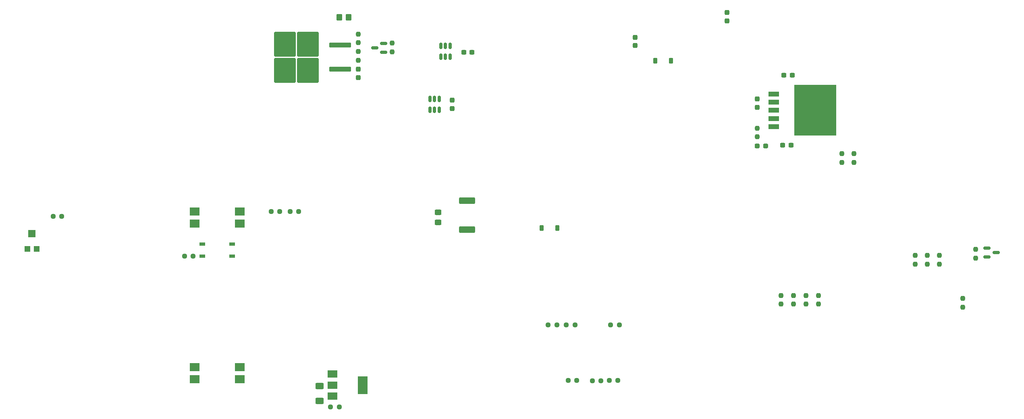
<source format=gbp>
G04 #@! TF.GenerationSoftware,KiCad,Pcbnew,8.0.5*
G04 #@! TF.CreationDate,2025-04-14T13:42:12-04:00*
G04 #@! TF.ProjectId,Big Daddy,42696720-4461-4646-9479-2e6b69636164,rev?*
G04 #@! TF.SameCoordinates,Original*
G04 #@! TF.FileFunction,Paste,Bot*
G04 #@! TF.FilePolarity,Positive*
%FSLAX46Y46*%
G04 Gerber Fmt 4.6, Leading zero omitted, Abs format (unit mm)*
G04 Created by KiCad (PCBNEW 8.0.5) date 2025-04-14 13:42:12*
%MOMM*%
%LPD*%
G01*
G04 APERTURE LIST*
G04 Aperture macros list*
%AMRoundRect*
0 Rectangle with rounded corners*
0 $1 Rounding radius*
0 $2 $3 $4 $5 $6 $7 $8 $9 X,Y pos of 4 corners*
0 Add a 4 corners polygon primitive as box body*
4,1,4,$2,$3,$4,$5,$6,$7,$8,$9,$2,$3,0*
0 Add four circle primitives for the rounded corners*
1,1,$1+$1,$2,$3*
1,1,$1+$1,$4,$5*
1,1,$1+$1,$6,$7*
1,1,$1+$1,$8,$9*
0 Add four rect primitives between the rounded corners*
20,1,$1+$1,$2,$3,$4,$5,0*
20,1,$1+$1,$4,$5,$6,$7,0*
20,1,$1+$1,$6,$7,$8,$9,0*
20,1,$1+$1,$8,$9,$2,$3,0*%
G04 Aperture macros list end*
%ADD10RoundRect,0.237500X-0.237500X0.250000X-0.237500X-0.250000X0.237500X-0.250000X0.237500X0.250000X0*%
%ADD11RoundRect,0.237500X-0.300000X-0.237500X0.300000X-0.237500X0.300000X0.237500X-0.300000X0.237500X0*%
%ADD12RoundRect,0.237500X0.250000X0.237500X-0.250000X0.237500X-0.250000X-0.237500X0.250000X-0.237500X0*%
%ADD13R,2.000000X1.780000*%
%ADD14RoundRect,0.237500X-0.237500X0.287500X-0.237500X-0.287500X0.237500X-0.287500X0.237500X0.287500X0*%
%ADD15RoundRect,0.150000X0.150000X-0.512500X0.150000X0.512500X-0.150000X0.512500X-0.150000X-0.512500X0*%
%ADD16RoundRect,0.237500X0.287500X0.237500X-0.287500X0.237500X-0.287500X-0.237500X0.287500X-0.237500X0*%
%ADD17RoundRect,0.237500X0.237500X-0.250000X0.237500X0.250000X-0.237500X0.250000X-0.237500X-0.250000X0*%
%ADD18RoundRect,0.225000X0.225000X0.375000X-0.225000X0.375000X-0.225000X-0.375000X0.225000X-0.375000X0*%
%ADD19RoundRect,0.237500X-0.237500X0.300000X-0.237500X-0.300000X0.237500X-0.300000X0.237500X0.300000X0*%
%ADD20RoundRect,0.250000X2.050000X0.300000X-2.050000X0.300000X-2.050000X-0.300000X2.050000X-0.300000X0*%
%ADD21RoundRect,0.250000X2.025000X2.375000X-2.025000X2.375000X-2.025000X-2.375000X2.025000X-2.375000X0*%
%ADD22RoundRect,0.249999X-1.425001X0.450001X-1.425001X-0.450001X1.425001X-0.450001X1.425001X0.450001X0*%
%ADD23RoundRect,0.150000X0.587500X0.150000X-0.587500X0.150000X-0.587500X-0.150000X0.587500X-0.150000X0*%
%ADD24RoundRect,0.250000X0.350000X0.450000X-0.350000X0.450000X-0.350000X-0.450000X0.350000X-0.450000X0*%
%ADD25RoundRect,0.250000X0.450000X-0.325000X0.450000X0.325000X-0.450000X0.325000X-0.450000X-0.325000X0*%
%ADD26R,2.000000X1.500000*%
%ADD27R,2.000000X3.800000*%
%ADD28R,2.286000X1.067000*%
%ADD29R,8.890000X10.668000*%
%ADD30RoundRect,0.237500X0.237500X-0.300000X0.237500X0.300000X-0.237500X0.300000X-0.237500X-0.300000X0*%
%ADD31RoundRect,0.250000X0.625000X-0.400000X0.625000X0.400000X-0.625000X0.400000X-0.625000X-0.400000X0*%
%ADD32RoundRect,0.150000X-0.587500X-0.150000X0.587500X-0.150000X0.587500X0.150000X-0.587500X0.150000X0*%
%ADD33R,1.200000X1.200000*%
%ADD34R,1.600000X1.500000*%
%ADD35R,1.200000X0.800000*%
G04 APERTURE END LIST*
D10*
G04 #@! TO.C,R8*
X291338000Y-138914500D03*
X291338000Y-140739500D03*
G04 #@! TD*
D11*
G04 #@! TO.C,C18*
X186457000Y-87056000D03*
X188182000Y-87056000D03*
G04 #@! TD*
D12*
G04 #@! TO.C,R18*
X219145500Y-144496000D03*
X217320500Y-144496000D03*
G04 #@! TD*
D13*
G04 #@! TO.C,U5*
X129916000Y-155904000D03*
X129916000Y-153364000D03*
X139446000Y-153364000D03*
X139446000Y-155904000D03*
G04 #@! TD*
D14*
G04 #@! TO.C,D3*
X248158000Y-96915000D03*
X248158000Y-98665000D03*
G04 #@! TD*
D12*
G04 #@! TO.C,R36*
X102004500Y-121614000D03*
X100179500Y-121614000D03*
G04 #@! TD*
D15*
G04 #@! TO.C,U12*
X181290000Y-99181500D03*
X180340000Y-99181500D03*
X179390000Y-99181500D03*
X179390000Y-96906500D03*
X180340000Y-96906500D03*
X181290000Y-96906500D03*
G04 #@! TD*
G04 #@! TO.C,U11*
X183576000Y-85730500D03*
X182626000Y-85730500D03*
X181676000Y-85730500D03*
X181676000Y-88005500D03*
X182626000Y-88005500D03*
X183576000Y-88005500D03*
G04 #@! TD*
D11*
G04 #@! TO.C,C4*
X253746000Y-91948000D03*
X255471000Y-91948000D03*
G04 #@! TD*
D16*
G04 #@! TO.C,D4*
X249886200Y-106783500D03*
X248136200Y-106783500D03*
G04 #@! TD*
D17*
G04 #@! TO.C,R43*
X164338000Y-85060000D03*
X164338000Y-83235000D03*
G04 #@! TD*
D18*
G04 #@! TO.C,D2*
X206098600Y-124058600D03*
X202798600Y-124058600D03*
G04 #@! TD*
D10*
G04 #@! TO.C,R5*
X281305000Y-129874000D03*
X281305000Y-131699000D03*
G04 #@! TD*
G04 #@! TO.C,R6*
X283845000Y-129874000D03*
X283845000Y-131699000D03*
G04 #@! TD*
D19*
G04 #@! TO.C,C7*
X241808000Y-78740000D03*
X241808000Y-80465000D03*
G04 #@! TD*
D20*
G04 #@! TO.C,U14*
X160461000Y-85598000D03*
D21*
X153736000Y-90913000D03*
X153736000Y-85363000D03*
X148886000Y-90913000D03*
X148886000Y-85363000D03*
D20*
X160461000Y-90678000D03*
G04 #@! TD*
D12*
G04 #@! TO.C,R23*
X210208500Y-156210000D03*
X208383500Y-156210000D03*
G04 #@! TD*
D17*
G04 #@! TO.C,R15*
X294022900Y-130391500D03*
X294022900Y-128566500D03*
G04 #@! TD*
D10*
G04 #@! TO.C,R4*
X260985000Y-138279500D03*
X260985000Y-140104500D03*
G04 #@! TD*
G04 #@! TO.C,R2*
X255735700Y-138279500D03*
X255735700Y-140104500D03*
G04 #@! TD*
G04 #@! TO.C,R3*
X258360300Y-138279500D03*
X258360300Y-140104500D03*
G04 #@! TD*
D13*
G04 #@! TO.C,U9*
X139446000Y-120598000D03*
X139446000Y-123138000D03*
X129916000Y-123138000D03*
X129916000Y-120598000D03*
G04 #@! TD*
D22*
G04 #@! TO.C,R40*
X187198000Y-118290500D03*
X187198000Y-124390500D03*
G04 #@! TD*
D17*
G04 #@! TO.C,R13*
X265938000Y-110259500D03*
X265938000Y-108434500D03*
G04 #@! TD*
G04 #@! TO.C,R42*
X164338000Y-88766500D03*
X164338000Y-86941500D03*
G04 #@! TD*
D11*
G04 #@! TO.C,C5*
X253492000Y-106680000D03*
X255217000Y-106680000D03*
G04 #@! TD*
D23*
G04 #@! TO.C,Q6*
X169672000Y-85192000D03*
X169672000Y-87092000D03*
X167797000Y-86142000D03*
G04 #@! TD*
D10*
G04 #@! TO.C,R1*
X253111000Y-138279500D03*
X253111000Y-140104500D03*
G04 #@! TD*
D24*
G04 #@! TO.C,R34*
X162290000Y-79726000D03*
X160290000Y-79726000D03*
G04 #@! TD*
D12*
G04 #@! TO.C,R38*
X147828000Y-120650000D03*
X146003000Y-120650000D03*
G04 #@! TD*
G04 #@! TO.C,R20*
X206041000Y-144496000D03*
X204216000Y-144496000D03*
G04 #@! TD*
D19*
G04 #@! TO.C,C19*
X184028500Y-97181500D03*
X184028500Y-98906500D03*
G04 #@! TD*
D25*
G04 #@! TO.C,L3*
X181102000Y-122871500D03*
X181102000Y-120821500D03*
G04 #@! TD*
D19*
G04 #@! TO.C,C6*
X222512000Y-83921500D03*
X222512000Y-85646500D03*
G04 #@! TD*
D26*
G04 #@! TO.C,Q2*
X158902000Y-159452500D03*
X158902000Y-157152500D03*
X158902000Y-154852500D03*
D27*
X165202000Y-157152500D03*
G04 #@! TD*
D12*
G04 #@! TO.C,R22*
X215288500Y-156240000D03*
X213463500Y-156240000D03*
G04 #@! TD*
D10*
G04 #@! TO.C,R17*
X248158000Y-103077000D03*
X248158000Y-104902000D03*
G04 #@! TD*
D28*
G04 #@! TO.C,U4*
X251587000Y-102718000D03*
X251587000Y-101016000D03*
X251587000Y-99314000D03*
D29*
X260350000Y-99314000D03*
D28*
X251587000Y-97612000D03*
X251587000Y-95910000D03*
G04 #@! TD*
D18*
G04 #@! TO.C,D7*
X230004000Y-88848000D03*
X226704000Y-88848000D03*
G04 #@! TD*
D12*
G04 #@! TO.C,R19*
X209851000Y-144526000D03*
X208026000Y-144526000D03*
G04 #@! TD*
D30*
G04 #@! TO.C,C20*
X164338000Y-92376000D03*
X164338000Y-90651000D03*
G04 #@! TD*
D12*
G04 #@! TO.C,R37*
X129601000Y-129996000D03*
X127776000Y-129996000D03*
G04 #@! TD*
D31*
G04 #@! TO.C,R31*
X156210000Y-160480500D03*
X156210000Y-157380500D03*
G04 #@! TD*
D12*
G04 #@! TO.C,R28*
X160321000Y-161724500D03*
X158496000Y-161724500D03*
G04 #@! TD*
D10*
G04 #@! TO.C,R7*
X286385000Y-129874000D03*
X286385000Y-131699000D03*
G04 #@! TD*
D12*
G04 #@! TO.C,R21*
X218844500Y-156210000D03*
X217019500Y-156210000D03*
G04 #@! TD*
D17*
G04 #@! TO.C,R12*
X268478000Y-110259500D03*
X268478000Y-108434500D03*
G04 #@! TD*
D32*
G04 #@! TO.C,Q1*
X296418000Y-130175000D03*
X296418000Y-128275000D03*
X298293000Y-129225000D03*
G04 #@! TD*
D33*
G04 #@! TO.C,RV1*
X96758000Y-128494000D03*
D34*
X95758000Y-125244000D03*
D33*
X94758000Y-128494000D03*
G04 #@! TD*
D10*
G04 #@! TO.C,R41*
X171450000Y-85163500D03*
X171450000Y-86988500D03*
G04 #@! TD*
D12*
G04 #@! TO.C,R39*
X151788500Y-120589000D03*
X149963500Y-120589000D03*
G04 #@! TD*
D35*
G04 #@! TO.C,U10*
X131531000Y-129996000D03*
X131531000Y-127456000D03*
X137831000Y-127456000D03*
X137831000Y-129996000D03*
G04 #@! TD*
M02*

</source>
